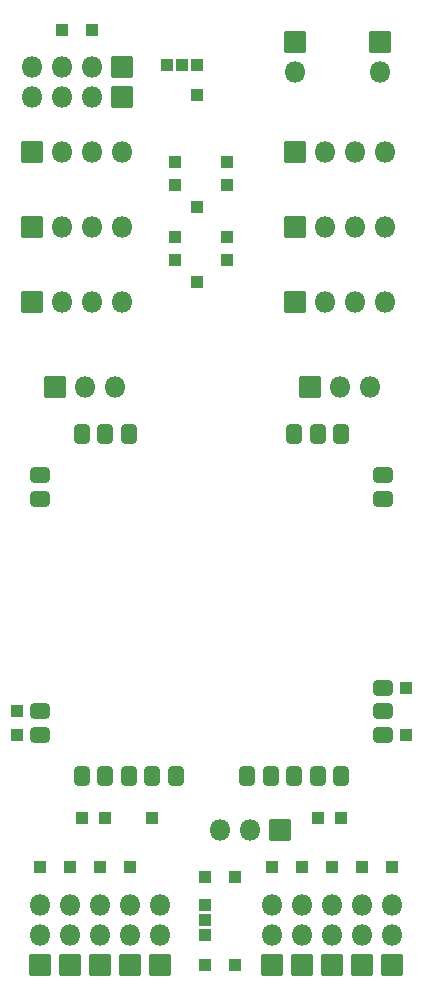
<source format=gbr>
%TF.GenerationSoftware,KiCad,Pcbnew,7.0.10*%
%TF.CreationDate,2024-02-19T04:42:38+05:30*%
%TF.ProjectId,breakout,62726561-6b6f-4757-942e-6b696361645f,rev?*%
%TF.SameCoordinates,Original*%
%TF.FileFunction,Soldermask,Top*%
%TF.FilePolarity,Negative*%
%FSLAX46Y46*%
G04 Gerber Fmt 4.6, Leading zero omitted, Abs format (unit mm)*
G04 Created by KiCad (PCBNEW 7.0.10) date 2024-02-19 04:42:38*
%MOMM*%
%LPD*%
G01*
G04 APERTURE LIST*
G04 Aperture macros list*
%AMRoundRect*
0 Rectangle with rounded corners*
0 $1 Rounding radius*
0 $2 $3 $4 $5 $6 $7 $8 $9 X,Y pos of 4 corners*
0 Add a 4 corners polygon primitive as box body*
4,1,4,$2,$3,$4,$5,$6,$7,$8,$9,$2,$3,0*
0 Add four circle primitives for the rounded corners*
1,1,$1+$1,$2,$3*
1,1,$1+$1,$4,$5*
1,1,$1+$1,$6,$7*
1,1,$1+$1,$8,$9*
0 Add four rect primitives between the rounded corners*
20,1,$1+$1,$2,$3,$4,$5,0*
20,1,$1+$1,$4,$5,$6,$7,0*
20,1,$1+$1,$6,$7,$8,$9,0*
20,1,$1+$1,$8,$9,$2,$3,0*%
G04 Aperture macros list end*
%ADD10RoundRect,0.325000X-0.525000X-0.325000X0.525000X-0.325000X0.525000X0.325000X-0.525000X0.325000X0*%
%ADD11RoundRect,0.325000X0.325000X-0.525000X0.325000X0.525000X-0.325000X0.525000X-0.325000X-0.525000X0*%
%ADD12RoundRect,0.275000X-0.275000X-0.275000X0.275000X-0.275000X0.275000X0.275000X-0.275000X0.275000X0*%
%ADD13RoundRect,0.050000X0.850000X-0.850000X0.850000X0.850000X-0.850000X0.850000X-0.850000X-0.850000X0*%
%ADD14O,1.800000X1.800000*%
%ADD15RoundRect,0.275000X-0.275000X0.275000X-0.275000X-0.275000X0.275000X-0.275000X0.275000X0.275000X0*%
%ADD16RoundRect,0.050000X-0.850000X0.850000X-0.850000X-0.850000X0.850000X-0.850000X0.850000X0.850000X0*%
%ADD17RoundRect,0.050000X0.850000X0.850000X-0.850000X0.850000X-0.850000X-0.850000X0.850000X-0.850000X0*%
G04 APERTURE END LIST*
D10*
%TO.C,U1*%
X153500000Y-115000000D03*
D11*
X132000000Y-122500000D03*
D10*
X153500000Y-97000000D03*
X153500000Y-99000000D03*
X153500000Y-117000000D03*
X153500000Y-119000000D03*
D11*
X150000000Y-122500000D03*
X148000000Y-122500000D03*
X146000000Y-122500000D03*
X144000000Y-122500000D03*
X142000000Y-122500000D03*
X136000000Y-122500000D03*
X134000000Y-122500000D03*
X130000000Y-122500000D03*
X128000000Y-122500000D03*
D10*
X124500000Y-119000000D03*
X124500000Y-117000000D03*
X124500000Y-99000000D03*
X124500000Y-97000000D03*
D11*
X128000000Y-93500000D03*
X130000000Y-93500000D03*
X132000000Y-93500000D03*
X146000000Y-93500000D03*
X148000000Y-93500000D03*
X150000000Y-93500000D03*
%TD*%
D12*
%TO.C,J49*%
X137795000Y-64770000D03*
%TD*%
%TO.C,J42*%
X135255000Y-62230000D03*
%TD*%
%TO.C,J67*%
X136525000Y-62230000D03*
%TD*%
%TO.C,J68*%
X137795000Y-62230000D03*
%TD*%
D13*
%TO.C,J17*%
X153310000Y-60325000D03*
D14*
X153310000Y-62865000D03*
%TD*%
D13*
%TO.C,J18*%
X146050000Y-60325000D03*
D14*
X146050000Y-62865000D03*
%TD*%
D15*
%TO.C,J59*%
X126365000Y-59323333D03*
%TD*%
D16*
%TO.C,J27*%
X131435000Y-64933333D03*
D14*
X128895000Y-64933333D03*
X126355000Y-64933333D03*
X123815000Y-64933333D03*
%TD*%
D15*
%TO.C,J58*%
X128905000Y-59323333D03*
%TD*%
D16*
%TO.C,J26*%
X131435000Y-62393333D03*
D14*
X128895000Y-62393333D03*
X126355000Y-62393333D03*
X123815000Y-62393333D03*
%TD*%
D12*
%TO.C,J64*%
X124460000Y-130175000D03*
%TD*%
%TO.C,J39*%
X140970000Y-138430000D03*
%TD*%
D13*
%TO.C,J32*%
X146050000Y-69600000D03*
D14*
X148590000Y-69600000D03*
X151130000Y-69600000D03*
X153670000Y-69600000D03*
%TD*%
D12*
%TO.C,J40*%
X122500000Y-119000000D03*
%TD*%
%TO.C,J16*%
X155500000Y-115000000D03*
%TD*%
D14*
%TO.C,J20*%
X152415000Y-89535000D03*
X149875000Y-89535000D03*
D13*
X147335000Y-89535000D03*
%TD*%
D14*
%TO.C,J8*%
X134620000Y-133350000D03*
X134620000Y-135890000D03*
D17*
X134620000Y-138430000D03*
%TD*%
D12*
%TO.C,J15*%
X155500000Y-119000000D03*
%TD*%
D14*
%TO.C,J5*%
X127000000Y-133350000D03*
X127000000Y-135890000D03*
D17*
X127000000Y-138430000D03*
%TD*%
D12*
%TO.C,J60*%
X151765000Y-130175000D03*
%TD*%
D14*
%TO.C,J10*%
X146685000Y-133350000D03*
X146685000Y-135890000D03*
D17*
X146685000Y-138430000D03*
%TD*%
D12*
%TO.C,J54*%
X140335000Y-72390000D03*
%TD*%
D14*
%TO.C,J4*%
X124460000Y-133350000D03*
X124460000Y-135890000D03*
D17*
X124460000Y-138430000D03*
%TD*%
D12*
%TO.C,J35*%
X150000000Y-126000000D03*
%TD*%
%TO.C,J1*%
X128000000Y-126000000D03*
%TD*%
%TO.C,J43*%
X138430000Y-133350000D03*
%TD*%
%TO.C,J53*%
X140335000Y-70485000D03*
%TD*%
%TO.C,J50*%
X144145000Y-130175000D03*
%TD*%
D14*
%TO.C,J7*%
X132080000Y-133350000D03*
X132080000Y-135890000D03*
D17*
X132080000Y-138430000D03*
%TD*%
D12*
%TO.C,J37*%
X140970000Y-131000000D03*
%TD*%
%TO.C,J63*%
X127000000Y-130175000D03*
%TD*%
%TO.C,J52*%
X149225000Y-130175000D03*
%TD*%
%TO.C,J47*%
X135890000Y-76835000D03*
%TD*%
D14*
%TO.C,J31*%
X153670000Y-75950000D03*
X151130000Y-75950000D03*
X148590000Y-75950000D03*
D13*
X146050000Y-75950000D03*
%TD*%
D12*
%TO.C,J57*%
X137795000Y-80645000D03*
%TD*%
%TO.C,J62*%
X129540000Y-130175000D03*
%TD*%
D14*
%TO.C,J14*%
X139685000Y-127000000D03*
X142225000Y-127000000D03*
D16*
X144765000Y-127000000D03*
%TD*%
D12*
%TO.C,J65*%
X138430000Y-134620000D03*
%TD*%
%TO.C,J55*%
X140335000Y-76835000D03*
%TD*%
%TO.C,J51*%
X146685000Y-130175000D03*
%TD*%
%TO.C,J45*%
X135890000Y-70485000D03*
%TD*%
D14*
%TO.C,J24*%
X131455000Y-75950000D03*
X128915000Y-75950000D03*
X126375000Y-75950000D03*
D13*
X123835000Y-75950000D03*
%TD*%
D12*
%TO.C,J61*%
X154305000Y-130175000D03*
%TD*%
D14*
%TO.C,J11*%
X149225000Y-133350000D03*
X149225000Y-135890000D03*
D17*
X149225000Y-138430000D03*
%TD*%
D12*
%TO.C,J41*%
X122500000Y-117000000D03*
%TD*%
%TO.C,J36*%
X138430000Y-131000000D03*
%TD*%
D14*
%TO.C,J25*%
X131445000Y-69600000D03*
X128905000Y-69600000D03*
X126365000Y-69600000D03*
D13*
X123825000Y-69600000D03*
%TD*%
D12*
%TO.C,J2*%
X130000000Y-126000000D03*
%TD*%
%TO.C,J56*%
X140335000Y-78740000D03*
%TD*%
D14*
%TO.C,J13*%
X154305000Y-133350000D03*
X154305000Y-135890000D03*
D17*
X154305000Y-138430000D03*
%TD*%
D12*
%TO.C,J33*%
X132080000Y-130175000D03*
%TD*%
D14*
%TO.C,J9*%
X144145000Y-133350000D03*
X144145000Y-135890000D03*
D17*
X144145000Y-138430000D03*
%TD*%
D12*
%TO.C,J46*%
X135890000Y-78740000D03*
%TD*%
D14*
%TO.C,J12*%
X151765000Y-133350000D03*
X151765000Y-135890000D03*
D17*
X151765000Y-138430000D03*
%TD*%
D12*
%TO.C,J3*%
X134000000Y-126000000D03*
%TD*%
D14*
%TO.C,J23*%
X131445000Y-82300000D03*
X128905000Y-82300000D03*
X126365000Y-82300000D03*
D13*
X123825000Y-82300000D03*
%TD*%
D12*
%TO.C,J48*%
X137795000Y-74295000D03*
%TD*%
D14*
%TO.C,J30*%
X153670000Y-82300000D03*
X151130000Y-82300000D03*
X148590000Y-82300000D03*
D13*
X146050000Y-82300000D03*
%TD*%
D14*
%TO.C,J6*%
X129540000Y-133350000D03*
X129540000Y-135890000D03*
D17*
X129540000Y-138430000D03*
%TD*%
D12*
%TO.C,J34*%
X148000000Y-126000000D03*
%TD*%
D14*
%TO.C,J22*%
X130810000Y-89535000D03*
X128270000Y-89535000D03*
D13*
X125730000Y-89535000D03*
%TD*%
D12*
%TO.C,J44*%
X135890000Y-72390000D03*
%TD*%
%TO.C,J38*%
X138430000Y-138430000D03*
%TD*%
%TO.C,J66*%
X138430000Y-135890000D03*
%TD*%
M02*

</source>
